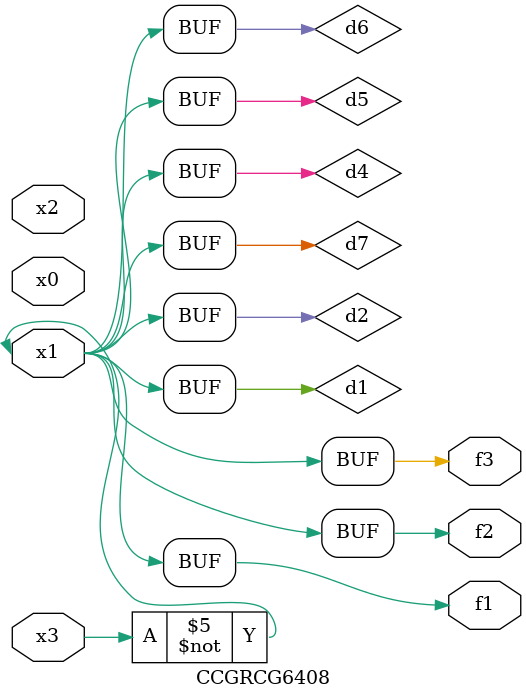
<source format=v>
module CCGRCG6408(
	input x0, x1, x2, x3,
	output f1, f2, f3
);

	wire d1, d2, d3, d4, d5, d6, d7;

	not (d1, x3);
	buf (d2, x1);
	xnor (d3, d1, d2);
	nor (d4, d1);
	buf (d5, d1, d2);
	buf (d6, d4, d5);
	nand (d7, d4);
	assign f1 = d6;
	assign f2 = d7;
	assign f3 = d6;
endmodule

</source>
